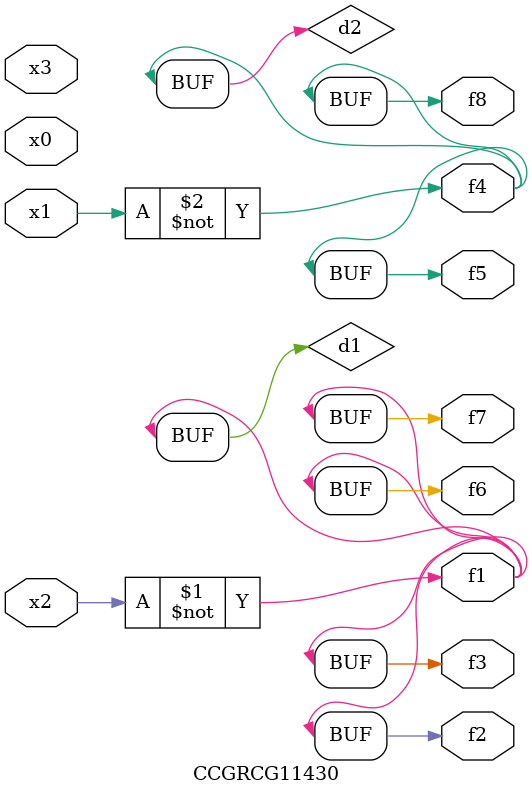
<source format=v>
module CCGRCG11430(
	input x0, x1, x2, x3,
	output f1, f2, f3, f4, f5, f6, f7, f8
);

	wire d1, d2;

	xnor (d1, x2);
	not (d2, x1);
	assign f1 = d1;
	assign f2 = d1;
	assign f3 = d1;
	assign f4 = d2;
	assign f5 = d2;
	assign f6 = d1;
	assign f7 = d1;
	assign f8 = d2;
endmodule

</source>
